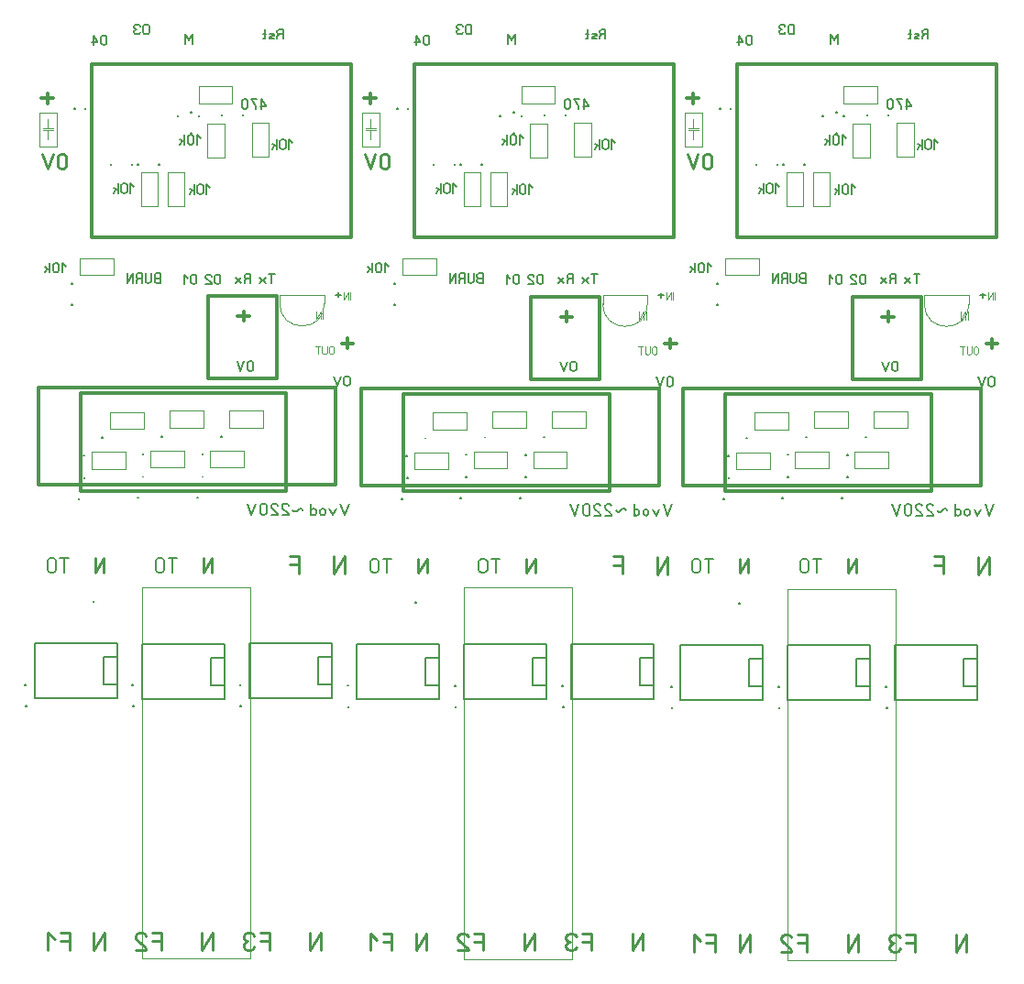
<source format=gbr>
%FSLAX34Y34*%
%MOMM*%
%LNSILK_BOTTOM*%
G71*
G01*
%ADD10C, 0.300*%
%ADD11C, 0.000*%
%ADD12C, 0.144*%
%ADD13C, 0.238*%
%ADD14C, 0.318*%
%ADD15C, 0.159*%
%ADD16C, 0.100*%
%ADD17C, 0.286*%
%ADD18C, 0.167*%
%ADD19C, 0.191*%
%ADD20C, 0.090*%
%ADD21C, 0.150*%
%LPD*%
G54D10*
X295700Y797600D02*
X55700Y797600D01*
X55700Y957600D01*
X295700Y957600D01*
X295700Y797600D01*
G54D11*
X23722Y913010D02*
X23722Y881609D01*
X7722Y881609D01*
X7722Y913010D01*
X23722Y913010D01*
G54D11*
X15722Y906410D02*
X15722Y898409D01*
X20722Y898409D01*
X10722Y898409D01*
G54D11*
X20722Y896409D02*
X10722Y896409D01*
G54D11*
X15722Y896409D02*
X15722Y888409D01*
G54D12*
X50350Y916959D02*
X50350Y916266D01*
X49772Y916266D01*
X49772Y916959D01*
X50350Y916959D01*
X50350Y916266D01*
G54D12*
X40850Y916959D02*
X40850Y916266D01*
X40272Y916266D01*
X40272Y916959D01*
X40850Y916959D01*
X40850Y916266D01*
G54D13*
X24647Y871855D02*
X24647Y863522D01*
X25647Y861855D01*
X27647Y861022D01*
X29647Y861022D01*
X31647Y861855D01*
X32647Y863522D01*
X32647Y871855D01*
X31647Y873522D01*
X29647Y874355D01*
X27647Y874355D01*
X25647Y873522D01*
X24647Y871855D01*
G54D13*
X19980Y874355D02*
X14980Y861022D01*
X9980Y874355D01*
G54D14*
X20277Y925956D02*
X9610Y925956D01*
G54D14*
X14944Y930401D02*
X14944Y921512D01*
G54D15*
X148880Y976370D02*
X148880Y985259D01*
X145546Y979704D01*
X142213Y985259D01*
X142213Y976370D01*
G54D16*
X203701Y903516D02*
X203701Y872316D01*
X219301Y872316D01*
X219301Y903516D01*
X203701Y903516D01*
G54D12*
X175822Y910817D02*
X175822Y910124D01*
X176399Y910124D01*
X176399Y910817D01*
X175822Y910817D01*
X175822Y910124D01*
G54D12*
X195324Y910816D02*
X195324Y910122D01*
X195902Y910122D01*
X195902Y910816D01*
X195324Y910816D01*
X195324Y910122D01*
G54D16*
X163001Y902816D02*
X163001Y871616D01*
X178601Y871616D01*
X178601Y902816D01*
X163001Y902816D01*
G54D12*
X135122Y910117D02*
X135122Y909424D01*
X135699Y909424D01*
X135699Y910117D01*
X135122Y910117D01*
X135122Y909424D01*
G54D12*
X154624Y910116D02*
X154624Y909422D01*
X155202Y909422D01*
X155202Y910116D01*
X154624Y910116D01*
X154624Y909422D01*
G54D16*
X154612Y921328D02*
X185812Y921328D01*
X185812Y936928D01*
X154612Y936928D01*
X154612Y921328D01*
G54D12*
X147311Y893448D02*
X148004Y893448D01*
X148004Y894026D01*
X147311Y894026D01*
X147311Y893448D01*
X148004Y893448D01*
G54D12*
X147312Y912951D02*
X148005Y912951D01*
X148005Y913529D01*
X147312Y913529D01*
X147312Y912951D01*
X148005Y912951D01*
G54D16*
X101401Y857716D02*
X101401Y826516D01*
X117001Y826516D01*
X117001Y857716D01*
X101401Y857716D01*
G54D12*
X73522Y865017D02*
X73522Y864324D01*
X74099Y864324D01*
X74099Y865017D01*
X73522Y865017D01*
X73522Y864324D01*
G54D12*
X93024Y865016D02*
X93024Y864322D01*
X93602Y864322D01*
X93602Y865016D01*
X93024Y865016D01*
X93024Y864322D01*
G54D16*
X126101Y857816D02*
X126101Y826616D01*
X141701Y826616D01*
X141701Y857816D01*
X126101Y857816D01*
G54D12*
X98222Y865117D02*
X98222Y864424D01*
X98799Y864424D01*
X98799Y865117D01*
X98222Y865117D01*
X98222Y864424D01*
G54D12*
X117724Y865116D02*
X117724Y864422D01*
X118302Y864422D01*
X118302Y865116D01*
X117724Y865116D01*
X117724Y864422D01*
G54D16*
X44912Y762928D02*
X76112Y762928D01*
X76112Y778528D01*
X44912Y778528D01*
X44912Y762928D01*
G54D12*
X37611Y735048D02*
X38304Y735048D01*
X38304Y735626D01*
X37611Y735626D01*
X37611Y735048D01*
X38304Y735048D01*
G54D12*
X37612Y754551D02*
X38305Y754551D01*
X38305Y755129D01*
X37612Y755129D01*
X37612Y754551D01*
X38305Y754551D01*
G54D15*
X119280Y755444D02*
X119280Y764333D01*
X115947Y764333D01*
X114614Y763778D01*
X113947Y762667D01*
X113947Y761556D01*
X114614Y760444D01*
X115947Y759889D01*
X114614Y759333D01*
X113947Y758222D01*
X113947Y757111D01*
X114614Y756000D01*
X115947Y755444D01*
X119280Y755444D01*
G54D15*
X119280Y759889D02*
X115947Y759889D01*
G54D15*
X110836Y764333D02*
X110836Y757111D01*
X110170Y756000D01*
X108836Y755444D01*
X107503Y755444D01*
X106170Y756000D01*
X105503Y757111D01*
X105503Y764333D01*
G54D15*
X99726Y759889D02*
X97726Y758778D01*
X97059Y757667D01*
X97059Y755444D01*
G54D15*
X102392Y755444D02*
X102392Y764333D01*
X99059Y764333D01*
X97726Y763778D01*
X97059Y762667D01*
X97059Y761556D01*
X97726Y760444D01*
X99059Y759889D01*
X102392Y759889D01*
G54D15*
X93948Y755444D02*
X93948Y764333D01*
X88615Y755444D01*
X88615Y764333D01*
G54D15*
X222214Y755044D02*
X222214Y763934D01*
G54D15*
X224880Y763934D02*
X219547Y763934D01*
G54D15*
X216436Y760044D02*
X211103Y755044D01*
G54D15*
X216436Y755044D02*
X211103Y760044D01*
G54D15*
X199714Y759389D02*
X197714Y758278D01*
X197047Y757167D01*
X197047Y754944D01*
G54D15*
X202380Y754944D02*
X202380Y763834D01*
X199047Y763834D01*
X197714Y763278D01*
X197047Y762167D01*
X197047Y761056D01*
X197714Y759944D01*
X199047Y759389D01*
X202380Y759389D01*
G54D15*
X193936Y759944D02*
X188603Y754944D01*
G54D15*
X193936Y754944D02*
X188603Y759944D01*
G54D15*
X31980Y770700D02*
X28647Y774033D01*
X28647Y765144D01*
G54D15*
X20203Y772367D02*
X20203Y766811D01*
X20870Y765700D01*
X22203Y765144D01*
X23536Y765144D01*
X24870Y765700D01*
X25536Y766811D01*
X25536Y772367D01*
X24870Y773478D01*
X23536Y774033D01*
X22203Y774033D01*
X20870Y773478D01*
X20203Y772367D01*
G54D15*
X17092Y765144D02*
X17092Y774033D01*
G54D15*
X15092Y768478D02*
X13092Y765144D01*
G54D15*
X17092Y767367D02*
X13092Y770144D01*
G54D15*
X165280Y843200D02*
X161947Y846533D01*
X161947Y837645D01*
G54D15*
X153503Y844867D02*
X153503Y839311D01*
X154170Y838200D01*
X155503Y837645D01*
X156836Y837645D01*
X158170Y838200D01*
X158836Y839311D01*
X158836Y844867D01*
X158170Y845978D01*
X156836Y846533D01*
X155503Y846533D01*
X154170Y845978D01*
X153503Y844867D01*
G54D15*
X150392Y837645D02*
X150392Y846533D01*
G54D15*
X148392Y840978D02*
X146392Y837645D01*
G54D15*
X150392Y839867D02*
X146392Y842645D01*
G54D15*
X95180Y844100D02*
X91847Y847433D01*
X91847Y838545D01*
G54D15*
X83403Y845767D02*
X83403Y840211D01*
X84070Y839100D01*
X85403Y838545D01*
X86736Y838545D01*
X88070Y839100D01*
X88736Y840211D01*
X88736Y845767D01*
X88070Y846878D01*
X86736Y847433D01*
X85403Y847433D01*
X84070Y846878D01*
X83403Y845767D01*
G54D15*
X80292Y838545D02*
X80292Y847433D01*
G54D15*
X78292Y841878D02*
X76292Y838545D01*
G54D15*
X80292Y840767D02*
X76292Y843545D01*
G54D15*
X241680Y884700D02*
X238347Y888033D01*
X238347Y879145D01*
G54D15*
X229903Y886367D02*
X229903Y880811D01*
X230570Y879700D01*
X231903Y879145D01*
X233236Y879145D01*
X234570Y879700D01*
X235236Y880811D01*
X235236Y886367D01*
X234570Y887478D01*
X233236Y888033D01*
X231903Y888033D01*
X230570Y887478D01*
X229903Y886367D01*
G54D15*
X226792Y879145D02*
X226792Y888033D01*
G54D15*
X224792Y882478D02*
X222792Y879145D01*
G54D15*
X226792Y881367D02*
X222792Y884145D01*
G54D15*
X156380Y889000D02*
X153047Y892333D01*
X153047Y883445D01*
G54D15*
X144603Y890667D02*
X144603Y885111D01*
X145270Y884000D01*
X146603Y883445D01*
X147936Y883445D01*
X149270Y884000D01*
X149936Y885111D01*
X149936Y890667D01*
X149270Y891778D01*
X147936Y892333D01*
X146603Y892333D01*
X145270Y891778D01*
X144603Y890667D01*
G54D15*
X141492Y883445D02*
X141492Y892333D01*
G54D15*
X139492Y886778D02*
X137492Y883445D01*
G54D15*
X141492Y885667D02*
X137492Y888445D01*
G54D15*
X212980Y916445D02*
X212980Y925333D01*
X216980Y919778D01*
X216980Y918667D01*
X211647Y918667D01*
G54D15*
X208536Y925333D02*
X203203Y925333D01*
X203870Y924222D01*
X205203Y922556D01*
X206536Y920333D01*
X207203Y918667D01*
X207203Y916445D01*
G54D15*
X194759Y923667D02*
X194759Y918111D01*
X195426Y917000D01*
X196759Y916445D01*
X198092Y916445D01*
X199426Y917000D01*
X200092Y918111D01*
X200092Y923667D01*
X199426Y924778D01*
X198092Y925333D01*
X196759Y925333D01*
X195426Y924778D01*
X194759Y923667D01*
G54D15*
X229814Y985389D02*
X227814Y984278D01*
X227147Y983167D01*
X227147Y980945D01*
G54D15*
X232480Y980945D02*
X232480Y989833D01*
X229147Y989833D01*
X227814Y989278D01*
X227147Y988167D01*
X227147Y987056D01*
X227814Y985945D01*
X229147Y985389D01*
X232480Y985389D01*
G54D15*
X224036Y981500D02*
X222703Y980945D01*
X221370Y980945D01*
X220036Y981500D01*
X220036Y982611D01*
X220703Y983167D01*
X223370Y983722D01*
X224036Y984278D01*
X224036Y985389D01*
X222703Y985945D01*
X221370Y985945D01*
X220036Y985389D01*
G54D15*
X215592Y989833D02*
X215592Y981500D01*
X214925Y980945D01*
X214259Y981167D01*
G54D15*
X216925Y985945D02*
X214259Y985945D01*
G54D15*
X64546Y982592D02*
X64546Y977037D01*
X65213Y975926D01*
X66546Y975370D01*
X67880Y975370D01*
X69213Y975926D01*
X69880Y977037D01*
X69880Y982592D01*
X69213Y983704D01*
X67880Y984259D01*
X66546Y984259D01*
X65213Y983704D01*
X64546Y982592D01*
G54D15*
X57436Y975370D02*
X57436Y984259D01*
X61436Y978704D01*
X61436Y977592D01*
X56102Y977592D01*
G54D15*
X103546Y992592D02*
X103546Y987037D01*
X104213Y985926D01*
X105546Y985370D01*
X106880Y985370D01*
X108213Y985926D01*
X108880Y987037D01*
X108880Y992592D01*
X108213Y993704D01*
X106880Y994259D01*
X105546Y994259D01*
X104213Y993704D01*
X103546Y992592D01*
G54D15*
X100436Y992592D02*
X99769Y993704D01*
X98436Y994259D01*
X97102Y994259D01*
X95769Y993704D01*
X95102Y992592D01*
X95102Y991481D01*
X95769Y990370D01*
X97102Y989815D01*
X95769Y989259D01*
X95102Y988148D01*
X95102Y987037D01*
X95769Y985926D01*
X97102Y985370D01*
X98436Y985370D01*
X99769Y985926D01*
X100436Y987037D01*
G54D15*
X147546Y761592D02*
X147546Y756037D01*
X148213Y754926D01*
X149546Y754370D01*
X150880Y754370D01*
X152213Y754926D01*
X152880Y756037D01*
X152880Y761592D01*
X152213Y762704D01*
X150880Y763259D01*
X149546Y763259D01*
X148213Y762704D01*
X147546Y761592D01*
G54D15*
X144436Y759926D02*
X141102Y763259D01*
X141102Y754370D01*
G54D15*
X169546Y761592D02*
X169546Y756037D01*
X170213Y754926D01*
X171546Y754370D01*
X172880Y754370D01*
X174213Y754926D01*
X174880Y756037D01*
X174880Y761592D01*
X174213Y762704D01*
X172880Y763259D01*
X171546Y763259D01*
X170213Y762704D01*
X169546Y761592D01*
G54D15*
X161102Y754370D02*
X166436Y754370D01*
X166436Y754926D01*
X165769Y756037D01*
X161769Y759370D01*
X161102Y760481D01*
X161102Y761592D01*
X161769Y762704D01*
X163102Y763259D01*
X164436Y763259D01*
X165769Y762704D01*
X166436Y761592D01*
G54D10*
X593700Y797600D02*
X353700Y797600D01*
X353700Y957600D01*
X593700Y957600D01*
X593700Y797600D01*
G54D11*
X321722Y913010D02*
X321722Y881609D01*
X305722Y881609D01*
X305722Y913010D01*
X321722Y913010D01*
G54D11*
X313722Y906410D02*
X313722Y898409D01*
X318722Y898409D01*
X308722Y898409D01*
G54D11*
X318722Y896409D02*
X308722Y896409D01*
G54D11*
X313722Y896409D02*
X313722Y888409D01*
G54D12*
X348350Y916959D02*
X348350Y916266D01*
X347772Y916266D01*
X347772Y916959D01*
X348350Y916959D01*
X348350Y916266D01*
G54D12*
X338850Y916959D02*
X338850Y916266D01*
X338272Y916266D01*
X338272Y916959D01*
X338850Y916959D01*
X338850Y916266D01*
G54D13*
X322647Y871855D02*
X322647Y863522D01*
X323647Y861855D01*
X325647Y861022D01*
X327647Y861022D01*
X329647Y861855D01*
X330647Y863522D01*
X330647Y871855D01*
X329647Y873522D01*
X327647Y874355D01*
X325647Y874355D01*
X323647Y873522D01*
X322647Y871855D01*
G54D13*
X317980Y874355D02*
X312980Y861022D01*
X307980Y874355D01*
G54D14*
X318277Y925956D02*
X307610Y925956D01*
G54D14*
X312944Y930401D02*
X312944Y921512D01*
G54D15*
X446880Y976370D02*
X446880Y985259D01*
X443546Y979704D01*
X440213Y985259D01*
X440213Y976370D01*
G54D16*
X501701Y903516D02*
X501701Y872316D01*
X517301Y872316D01*
X517301Y903516D01*
X501701Y903516D01*
G54D12*
X473822Y910817D02*
X473822Y910124D01*
X474399Y910124D01*
X474399Y910817D01*
X473822Y910817D01*
X473822Y910124D01*
G54D12*
X493324Y910816D02*
X493324Y910122D01*
X493902Y910122D01*
X493902Y910816D01*
X493324Y910816D01*
X493324Y910122D01*
G54D16*
X461001Y902816D02*
X461001Y871616D01*
X476601Y871616D01*
X476601Y902816D01*
X461001Y902816D01*
G54D12*
X433122Y910117D02*
X433122Y909424D01*
X433699Y909424D01*
X433699Y910117D01*
X433122Y910117D01*
X433122Y909424D01*
G54D12*
X452624Y910116D02*
X452624Y909422D01*
X453202Y909422D01*
X453202Y910116D01*
X452624Y910116D01*
X452624Y909422D01*
G54D16*
X452612Y921328D02*
X483812Y921328D01*
X483812Y936928D01*
X452612Y936928D01*
X452612Y921328D01*
G54D12*
X445311Y893448D02*
X446004Y893448D01*
X446004Y894026D01*
X445311Y894026D01*
X445311Y893448D01*
X446004Y893448D01*
G54D12*
X445312Y912951D02*
X446005Y912951D01*
X446005Y913529D01*
X445312Y913529D01*
X445312Y912951D01*
X446005Y912951D01*
G54D16*
X399401Y857716D02*
X399401Y826516D01*
X415001Y826516D01*
X415001Y857716D01*
X399401Y857716D01*
G54D12*
X371522Y865017D02*
X371522Y864324D01*
X372099Y864324D01*
X372099Y865017D01*
X371522Y865017D01*
X371522Y864324D01*
G54D12*
X391024Y865016D02*
X391024Y864322D01*
X391602Y864322D01*
X391602Y865016D01*
X391024Y865016D01*
X391024Y864322D01*
G54D16*
X424101Y857816D02*
X424101Y826616D01*
X439701Y826616D01*
X439701Y857816D01*
X424101Y857816D01*
G54D12*
X396222Y865117D02*
X396222Y864424D01*
X396799Y864424D01*
X396799Y865117D01*
X396222Y865117D01*
X396222Y864424D01*
G54D12*
X415724Y865116D02*
X415724Y864422D01*
X416302Y864422D01*
X416302Y865116D01*
X415724Y865116D01*
X415724Y864422D01*
G54D16*
X342912Y762928D02*
X374112Y762928D01*
X374112Y778528D01*
X342912Y778528D01*
X342912Y762928D01*
G54D12*
X335611Y735048D02*
X336304Y735048D01*
X336304Y735626D01*
X335611Y735626D01*
X335611Y735048D01*
X336304Y735048D01*
G54D12*
X335612Y754551D02*
X336305Y754551D01*
X336305Y755129D01*
X335612Y755129D01*
X335612Y754551D01*
X336305Y754551D01*
G54D15*
X417280Y755444D02*
X417280Y764333D01*
X413947Y764333D01*
X412614Y763778D01*
X411947Y762667D01*
X411947Y761556D01*
X412614Y760444D01*
X413947Y759889D01*
X412614Y759333D01*
X411947Y758222D01*
X411947Y757111D01*
X412614Y756000D01*
X413947Y755444D01*
X417280Y755444D01*
G54D15*
X417280Y759889D02*
X413947Y759889D01*
G54D15*
X408836Y764333D02*
X408836Y757111D01*
X408170Y756000D01*
X406836Y755444D01*
X405503Y755444D01*
X404170Y756000D01*
X403503Y757111D01*
X403503Y764333D01*
G54D15*
X397726Y759889D02*
X395726Y758778D01*
X395059Y757667D01*
X395059Y755444D01*
G54D15*
X400392Y755444D02*
X400392Y764333D01*
X397059Y764333D01*
X395726Y763778D01*
X395059Y762667D01*
X395059Y761556D01*
X395726Y760444D01*
X397059Y759889D01*
X400392Y759889D01*
G54D15*
X391948Y755444D02*
X391948Y764333D01*
X386615Y755444D01*
X386615Y764333D01*
G54D15*
X520214Y755044D02*
X520214Y763934D01*
G54D15*
X522880Y763934D02*
X517547Y763934D01*
G54D15*
X514436Y760044D02*
X509103Y755044D01*
G54D15*
X514436Y755044D02*
X509103Y760044D01*
G54D15*
X497714Y759389D02*
X495714Y758278D01*
X495047Y757167D01*
X495047Y754944D01*
G54D15*
X500380Y754944D02*
X500380Y763834D01*
X497047Y763834D01*
X495714Y763278D01*
X495047Y762167D01*
X495047Y761056D01*
X495714Y759944D01*
X497047Y759389D01*
X500380Y759389D01*
G54D15*
X491936Y759944D02*
X486603Y754944D01*
G54D15*
X491936Y754944D02*
X486603Y759944D01*
G54D15*
X329980Y770700D02*
X326647Y774033D01*
X326647Y765144D01*
G54D15*
X318203Y772367D02*
X318203Y766811D01*
X318870Y765700D01*
X320203Y765144D01*
X321536Y765144D01*
X322870Y765700D01*
X323536Y766811D01*
X323536Y772367D01*
X322870Y773478D01*
X321536Y774033D01*
X320203Y774033D01*
X318870Y773478D01*
X318203Y772367D01*
G54D15*
X315092Y765144D02*
X315092Y774033D01*
G54D15*
X313092Y768478D02*
X311092Y765144D01*
G54D15*
X315092Y767367D02*
X311092Y770144D01*
G54D15*
X463280Y843200D02*
X459947Y846533D01*
X459947Y837645D01*
G54D15*
X451503Y844867D02*
X451503Y839311D01*
X452170Y838200D01*
X453503Y837645D01*
X454836Y837645D01*
X456170Y838200D01*
X456836Y839311D01*
X456836Y844867D01*
X456170Y845978D01*
X454836Y846533D01*
X453503Y846533D01*
X452170Y845978D01*
X451503Y844867D01*
G54D15*
X448392Y837645D02*
X448392Y846533D01*
G54D15*
X446392Y840978D02*
X444392Y837645D01*
G54D15*
X448392Y839867D02*
X444392Y842645D01*
G54D15*
X393180Y844100D02*
X389847Y847433D01*
X389847Y838545D01*
G54D15*
X381403Y845767D02*
X381403Y840211D01*
X382070Y839100D01*
X383403Y838545D01*
X384736Y838545D01*
X386070Y839100D01*
X386736Y840211D01*
X386736Y845767D01*
X386070Y846878D01*
X384736Y847433D01*
X383403Y847433D01*
X382070Y846878D01*
X381403Y845767D01*
G54D15*
X378292Y838545D02*
X378292Y847433D01*
G54D15*
X376292Y841878D02*
X374292Y838545D01*
G54D15*
X378292Y840767D02*
X374292Y843545D01*
G54D15*
X539680Y884700D02*
X536347Y888033D01*
X536347Y879145D01*
G54D15*
X527903Y886367D02*
X527903Y880811D01*
X528570Y879700D01*
X529903Y879145D01*
X531236Y879145D01*
X532570Y879700D01*
X533236Y880811D01*
X533236Y886367D01*
X532570Y887478D01*
X531236Y888033D01*
X529903Y888033D01*
X528570Y887478D01*
X527903Y886367D01*
G54D15*
X524792Y879145D02*
X524792Y888033D01*
G54D15*
X522792Y882478D02*
X520792Y879145D01*
G54D15*
X524792Y881367D02*
X520792Y884145D01*
G54D15*
X454380Y889000D02*
X451047Y892333D01*
X451047Y883445D01*
G54D15*
X442603Y890667D02*
X442603Y885111D01*
X443270Y884000D01*
X444603Y883445D01*
X445936Y883445D01*
X447270Y884000D01*
X447936Y885111D01*
X447936Y890667D01*
X447270Y891778D01*
X445936Y892333D01*
X444603Y892333D01*
X443270Y891778D01*
X442603Y890667D01*
G54D15*
X439492Y883445D02*
X439492Y892333D01*
G54D15*
X437492Y886778D02*
X435492Y883445D01*
G54D15*
X439492Y885667D02*
X435492Y888445D01*
G54D15*
X510980Y916445D02*
X510980Y925333D01*
X514980Y919778D01*
X514980Y918667D01*
X509647Y918667D01*
G54D15*
X506536Y925333D02*
X501203Y925333D01*
X501870Y924222D01*
X503203Y922556D01*
X504536Y920333D01*
X505203Y918667D01*
X505203Y916445D01*
G54D15*
X492759Y923667D02*
X492759Y918111D01*
X493426Y917000D01*
X494759Y916445D01*
X496092Y916445D01*
X497426Y917000D01*
X498092Y918111D01*
X498092Y923667D01*
X497426Y924778D01*
X496092Y925333D01*
X494759Y925333D01*
X493426Y924778D01*
X492759Y923667D01*
G54D15*
X527814Y985389D02*
X525814Y984278D01*
X525147Y983167D01*
X525147Y980945D01*
G54D15*
X530480Y980945D02*
X530480Y989833D01*
X527147Y989833D01*
X525814Y989278D01*
X525147Y988167D01*
X525147Y987056D01*
X525814Y985945D01*
X527147Y985389D01*
X530480Y985389D01*
G54D15*
X522036Y981500D02*
X520703Y980945D01*
X519370Y980945D01*
X518036Y981500D01*
X518036Y982611D01*
X518703Y983167D01*
X521370Y983722D01*
X522036Y984278D01*
X522036Y985389D01*
X520703Y985945D01*
X519370Y985945D01*
X518036Y985389D01*
G54D15*
X513592Y989833D02*
X513592Y981500D01*
X512925Y980945D01*
X512259Y981167D01*
G54D15*
X514925Y985945D02*
X512259Y985945D01*
G54D15*
X362546Y982592D02*
X362546Y977037D01*
X363213Y975926D01*
X364546Y975370D01*
X365880Y975370D01*
X367213Y975926D01*
X367880Y977037D01*
X367880Y982592D01*
X367213Y983704D01*
X365880Y984259D01*
X364546Y984259D01*
X363213Y983704D01*
X362546Y982592D01*
G54D15*
X355436Y975370D02*
X355436Y984259D01*
X359436Y978704D01*
X359436Y977592D01*
X354102Y977592D01*
G54D15*
X401546Y992592D02*
X401546Y987037D01*
X402213Y985926D01*
X403546Y985370D01*
X404880Y985370D01*
X406213Y985926D01*
X406880Y987037D01*
X406880Y992592D01*
X406213Y993704D01*
X404880Y994259D01*
X403546Y994259D01*
X402213Y993704D01*
X401546Y992592D01*
G54D15*
X398436Y992592D02*
X397769Y993704D01*
X396436Y994259D01*
X395102Y994259D01*
X393769Y993704D01*
X393102Y992592D01*
X393102Y991481D01*
X393769Y990370D01*
X395102Y989815D01*
X393769Y989259D01*
X393102Y988148D01*
X393102Y987037D01*
X393769Y985926D01*
X395102Y985370D01*
X396436Y985370D01*
X397769Y985926D01*
X398436Y987037D01*
G54D15*
X445546Y761592D02*
X445546Y756037D01*
X446213Y754926D01*
X447546Y754370D01*
X448880Y754370D01*
X450213Y754926D01*
X450880Y756037D01*
X450880Y761592D01*
X450213Y762704D01*
X448880Y763259D01*
X447546Y763259D01*
X446213Y762704D01*
X445546Y761592D01*
G54D15*
X442436Y759926D02*
X439102Y763259D01*
X439102Y754370D01*
G54D15*
X467546Y761592D02*
X467546Y756037D01*
X468213Y754926D01*
X469546Y754370D01*
X470880Y754370D01*
X472213Y754926D01*
X472880Y756037D01*
X472880Y761592D01*
X472213Y762704D01*
X470880Y763259D01*
X469546Y763259D01*
X468213Y762704D01*
X467546Y761592D01*
G54D15*
X459102Y754370D02*
X464436Y754370D01*
X464436Y754926D01*
X463769Y756037D01*
X459769Y759370D01*
X459102Y760481D01*
X459102Y761592D01*
X459769Y762704D01*
X461102Y763259D01*
X462436Y763259D01*
X463769Y762704D01*
X464436Y761592D01*
G54D10*
X891700Y797600D02*
X651700Y797600D01*
X651700Y957600D01*
X891700Y957600D01*
X891700Y797600D01*
G54D11*
X619722Y913010D02*
X619722Y881609D01*
X603722Y881609D01*
X603722Y913010D01*
X619722Y913010D01*
G54D11*
X611722Y906410D02*
X611722Y898409D01*
X616722Y898409D01*
X606722Y898409D01*
G54D11*
X616722Y896409D02*
X606722Y896409D01*
G54D11*
X611722Y896409D02*
X611722Y888409D01*
G54D12*
X646350Y916959D02*
X646350Y916266D01*
X645772Y916266D01*
X645772Y916959D01*
X646350Y916959D01*
X646350Y916266D01*
G54D12*
X636850Y916959D02*
X636850Y916266D01*
X636272Y916266D01*
X636272Y916959D01*
X636850Y916959D01*
X636850Y916266D01*
G54D13*
X620647Y871855D02*
X620647Y863522D01*
X621647Y861855D01*
X623647Y861022D01*
X625647Y861022D01*
X627647Y861855D01*
X628647Y863522D01*
X628647Y871855D01*
X627647Y873522D01*
X625647Y874355D01*
X623647Y874355D01*
X621647Y873522D01*
X620647Y871855D01*
G54D13*
X615980Y874355D02*
X610980Y861022D01*
X605980Y874355D01*
G54D14*
X616277Y925956D02*
X605610Y925956D01*
G54D14*
X610944Y930401D02*
X610944Y921512D01*
G54D15*
X744880Y976370D02*
X744880Y985259D01*
X741546Y979704D01*
X738213Y985259D01*
X738213Y976370D01*
G54D16*
X799701Y903516D02*
X799701Y872316D01*
X815301Y872316D01*
X815301Y903516D01*
X799701Y903516D01*
G54D12*
X771822Y910817D02*
X771822Y910124D01*
X772399Y910124D01*
X772399Y910817D01*
X771822Y910817D01*
X771822Y910124D01*
G54D12*
X791324Y910816D02*
X791324Y910122D01*
X791902Y910122D01*
X791902Y910816D01*
X791324Y910816D01*
X791324Y910122D01*
G54D16*
X759001Y902816D02*
X759001Y871616D01*
X774601Y871616D01*
X774601Y902816D01*
X759001Y902816D01*
G54D12*
X731122Y910117D02*
X731122Y909424D01*
X731699Y909424D01*
X731699Y910117D01*
X731122Y910117D01*
X731122Y909424D01*
G54D12*
X750624Y910116D02*
X750624Y909422D01*
X751202Y909422D01*
X751202Y910116D01*
X750624Y910116D01*
X750624Y909422D01*
G54D16*
X750612Y921328D02*
X781812Y921328D01*
X781812Y936928D01*
X750612Y936928D01*
X750612Y921328D01*
G54D12*
X743311Y893448D02*
X744004Y893448D01*
X744004Y894026D01*
X743311Y894026D01*
X743311Y893448D01*
X744004Y893448D01*
G54D12*
X743312Y912951D02*
X744005Y912951D01*
X744005Y913529D01*
X743312Y913529D01*
X743312Y912951D01*
X744005Y912951D01*
G54D16*
X697401Y857716D02*
X697401Y826516D01*
X713001Y826516D01*
X713001Y857716D01*
X697401Y857716D01*
G54D12*
X669522Y865017D02*
X669522Y864324D01*
X670099Y864324D01*
X670099Y865017D01*
X669522Y865017D01*
X669522Y864324D01*
G54D12*
X689024Y865016D02*
X689024Y864322D01*
X689602Y864322D01*
X689602Y865016D01*
X689024Y865016D01*
X689024Y864322D01*
G54D16*
X722101Y857816D02*
X722101Y826616D01*
X737701Y826616D01*
X737701Y857816D01*
X722101Y857816D01*
G54D12*
X694222Y865117D02*
X694222Y864424D01*
X694799Y864424D01*
X694799Y865117D01*
X694222Y865117D01*
X694222Y864424D01*
G54D12*
X713724Y865116D02*
X713724Y864422D01*
X714302Y864422D01*
X714302Y865116D01*
X713724Y865116D01*
X713724Y864422D01*
G54D16*
X640912Y762928D02*
X672112Y762928D01*
X672112Y778528D01*
X640912Y778528D01*
X640912Y762928D01*
G54D12*
X633611Y735048D02*
X634304Y735048D01*
X634304Y735626D01*
X633611Y735626D01*
X633611Y735048D01*
X634304Y735048D01*
G54D12*
X633612Y754551D02*
X634305Y754551D01*
X634305Y755129D01*
X633612Y755129D01*
X633612Y754551D01*
X634305Y754551D01*
G54D15*
X715280Y755444D02*
X715280Y764333D01*
X711947Y764333D01*
X710614Y763778D01*
X709947Y762667D01*
X709947Y761556D01*
X710614Y760444D01*
X711947Y759889D01*
X710614Y759333D01*
X709947Y758222D01*
X709947Y757111D01*
X710614Y756000D01*
X711947Y755444D01*
X715280Y755444D01*
G54D15*
X715280Y759889D02*
X711947Y759889D01*
G54D15*
X706836Y764333D02*
X706836Y757111D01*
X706170Y756000D01*
X704836Y755444D01*
X703503Y755444D01*
X702170Y756000D01*
X701503Y757111D01*
X701503Y764333D01*
G54D15*
X695726Y759889D02*
X693726Y758778D01*
X693059Y757667D01*
X693059Y755444D01*
G54D15*
X698392Y755444D02*
X698392Y764333D01*
X695059Y764333D01*
X693726Y763778D01*
X693059Y762667D01*
X693059Y761556D01*
X693726Y760444D01*
X695059Y759889D01*
X698392Y759889D01*
G54D15*
X689948Y755444D02*
X689948Y764333D01*
X684615Y755444D01*
X684615Y764333D01*
G54D15*
X818214Y755044D02*
X818214Y763934D01*
G54D15*
X820880Y763934D02*
X815547Y763934D01*
G54D15*
X812436Y760044D02*
X807103Y755044D01*
G54D15*
X812436Y755044D02*
X807103Y760044D01*
G54D15*
X795714Y759389D02*
X793714Y758278D01*
X793047Y757167D01*
X793047Y754944D01*
G54D15*
X798380Y754944D02*
X798380Y763834D01*
X795047Y763834D01*
X793714Y763278D01*
X793047Y762167D01*
X793047Y761056D01*
X793714Y759944D01*
X795047Y759389D01*
X798380Y759389D01*
G54D15*
X789936Y759944D02*
X784603Y754944D01*
G54D15*
X789936Y754944D02*
X784603Y759944D01*
G54D15*
X627980Y770700D02*
X624647Y774033D01*
X624647Y765144D01*
G54D15*
X616203Y772367D02*
X616203Y766811D01*
X616870Y765700D01*
X618203Y765144D01*
X619536Y765144D01*
X620870Y765700D01*
X621536Y766811D01*
X621536Y772367D01*
X620870Y773478D01*
X619536Y774033D01*
X618203Y774033D01*
X616870Y773478D01*
X616203Y772367D01*
G54D15*
X613092Y765144D02*
X613092Y774033D01*
G54D15*
X611092Y768478D02*
X609092Y765144D01*
G54D15*
X613092Y767367D02*
X609092Y770144D01*
G54D15*
X761280Y843200D02*
X757947Y846533D01*
X757947Y837645D01*
G54D15*
X749503Y844867D02*
X749503Y839311D01*
X750170Y838200D01*
X751503Y837645D01*
X752836Y837645D01*
X754170Y838200D01*
X754836Y839311D01*
X754836Y844867D01*
X754170Y845978D01*
X752836Y846533D01*
X751503Y846533D01*
X750170Y845978D01*
X749503Y844867D01*
G54D15*
X746392Y837645D02*
X746392Y846533D01*
G54D15*
X744392Y840978D02*
X742392Y837645D01*
G54D15*
X746392Y839867D02*
X742392Y842645D01*
G54D15*
X691180Y844100D02*
X687847Y847433D01*
X687847Y838545D01*
G54D15*
X679403Y845767D02*
X679403Y840211D01*
X680070Y839100D01*
X681403Y838545D01*
X682736Y838545D01*
X684070Y839100D01*
X684736Y840211D01*
X684736Y845767D01*
X684070Y846878D01*
X682736Y847433D01*
X681403Y847433D01*
X680070Y846878D01*
X679403Y845767D01*
G54D15*
X676292Y838545D02*
X676292Y847433D01*
G54D15*
X674292Y841878D02*
X672292Y838545D01*
G54D15*
X676292Y840767D02*
X672292Y843545D01*
G54D15*
X837680Y884700D02*
X834347Y888033D01*
X834347Y879145D01*
G54D15*
X825903Y886367D02*
X825903Y880811D01*
X826570Y879700D01*
X827903Y879145D01*
X829236Y879145D01*
X830570Y879700D01*
X831236Y880811D01*
X831236Y886367D01*
X830570Y887478D01*
X829236Y888033D01*
X827903Y888033D01*
X826570Y887478D01*
X825903Y886367D01*
G54D15*
X822792Y879145D02*
X822792Y888033D01*
G54D15*
X820792Y882478D02*
X818792Y879145D01*
G54D15*
X822792Y881367D02*
X818792Y884145D01*
G54D15*
X752380Y889000D02*
X749047Y892333D01*
X749047Y883445D01*
G54D15*
X740603Y890667D02*
X740603Y885111D01*
X741270Y884000D01*
X742603Y883445D01*
X743936Y883445D01*
X745270Y884000D01*
X745936Y885111D01*
X745936Y890667D01*
X745270Y891778D01*
X743936Y892333D01*
X742603Y892333D01*
X741270Y891778D01*
X740603Y890667D01*
G54D15*
X737492Y883445D02*
X737492Y892333D01*
G54D15*
X735492Y886778D02*
X733492Y883445D01*
G54D15*
X737492Y885667D02*
X733492Y888445D01*
G54D15*
X808980Y916445D02*
X808980Y925333D01*
X812980Y919778D01*
X812980Y918667D01*
X807647Y918667D01*
G54D15*
X804536Y925333D02*
X799203Y925333D01*
X799870Y924222D01*
X801203Y922556D01*
X802536Y920333D01*
X803203Y918667D01*
X803203Y916445D01*
G54D15*
X790759Y923667D02*
X790759Y918111D01*
X791426Y917000D01*
X792759Y916445D01*
X794092Y916445D01*
X795426Y917000D01*
X796092Y918111D01*
X796092Y923667D01*
X795426Y924778D01*
X794092Y925333D01*
X792759Y925333D01*
X791426Y924778D01*
X790759Y923667D01*
G54D15*
X825814Y985389D02*
X823814Y984278D01*
X823147Y983167D01*
X823147Y980945D01*
G54D15*
X828480Y980945D02*
X828480Y989833D01*
X825147Y989833D01*
X823814Y989278D01*
X823147Y988167D01*
X823147Y987056D01*
X823814Y985945D01*
X825147Y985389D01*
X828480Y985389D01*
G54D15*
X820036Y981500D02*
X818703Y980945D01*
X817370Y980945D01*
X816036Y981500D01*
X816036Y982611D01*
X816703Y983167D01*
X819370Y983722D01*
X820036Y984278D01*
X820036Y985389D01*
X818703Y985945D01*
X817370Y985945D01*
X816036Y985389D01*
G54D15*
X811592Y989833D02*
X811592Y981500D01*
X810925Y980945D01*
X810259Y981167D01*
G54D15*
X812925Y985945D02*
X810259Y985945D01*
G54D15*
X660546Y982592D02*
X660546Y977037D01*
X661213Y975926D01*
X662546Y975370D01*
X663880Y975370D01*
X665213Y975926D01*
X665880Y977037D01*
X665880Y982592D01*
X665213Y983704D01*
X663880Y984259D01*
X662546Y984259D01*
X661213Y983704D01*
X660546Y982592D01*
G54D15*
X653436Y975370D02*
X653436Y984259D01*
X657436Y978704D01*
X657436Y977592D01*
X652102Y977592D01*
G54D15*
X699546Y992592D02*
X699546Y987037D01*
X700213Y985926D01*
X701546Y985370D01*
X702880Y985370D01*
X704213Y985926D01*
X704880Y987037D01*
X704880Y992592D01*
X704213Y993704D01*
X702880Y994259D01*
X701546Y994259D01*
X700213Y993704D01*
X699546Y992592D01*
G54D15*
X696436Y992592D02*
X695769Y993704D01*
X694436Y994259D01*
X693102Y994259D01*
X691769Y993704D01*
X691102Y992592D01*
X691102Y991481D01*
X691769Y990370D01*
X693102Y989815D01*
X691769Y989259D01*
X691102Y988148D01*
X691102Y987037D01*
X691769Y985926D01*
X693102Y985370D01*
X694436Y985370D01*
X695769Y985926D01*
X696436Y987037D01*
G54D15*
X743546Y761592D02*
X743546Y756037D01*
X744213Y754926D01*
X745546Y754370D01*
X746880Y754370D01*
X748213Y754926D01*
X748880Y756037D01*
X748880Y761592D01*
X748213Y762704D01*
X746880Y763259D01*
X745546Y763259D01*
X744213Y762704D01*
X743546Y761592D01*
G54D15*
X740436Y759926D02*
X737102Y763259D01*
X737102Y754370D01*
G54D15*
X765546Y761592D02*
X765546Y756037D01*
X766213Y754926D01*
X767546Y754370D01*
X768880Y754370D01*
X770213Y754926D01*
X770880Y756037D01*
X770880Y761592D01*
X770213Y762704D01*
X768880Y763259D01*
X767546Y763259D01*
X766213Y762704D01*
X765546Y761592D01*
G54D15*
X757102Y754370D02*
X762436Y754370D01*
X762436Y754926D01*
X761769Y756037D01*
X757769Y759370D01*
X757102Y760481D01*
X757102Y761592D01*
X757769Y762704D01*
X759102Y763259D01*
X760436Y763259D01*
X761769Y762704D01*
X762436Y761592D01*
G54D10*
X281575Y568700D02*
X6575Y568700D01*
X6575Y658700D01*
X281575Y658700D01*
X281575Y568700D01*
G54D17*
X247492Y487052D02*
X247492Y503052D01*
X239092Y503052D01*
G54D17*
X247492Y495052D02*
X239092Y495052D01*
G54D17*
X289384Y486552D02*
X289384Y502552D01*
X279783Y486552D01*
X279783Y502552D01*
G54D13*
X167183Y487885D02*
X167183Y501218D01*
X159183Y487885D01*
X159183Y501218D01*
G54D18*
X130656Y487822D02*
X130656Y501155D01*
G54D18*
X134656Y501155D02*
X126656Y501155D01*
G54D18*
X114989Y498655D02*
X114989Y490322D01*
X115989Y488655D01*
X117989Y487822D01*
X119989Y487822D01*
X121989Y488655D01*
X122989Y490322D01*
X122989Y498655D01*
X121989Y500322D01*
X119989Y501155D01*
X117989Y501155D01*
X115989Y500322D01*
X114989Y498655D01*
G54D19*
X293724Y551593D02*
X289724Y540926D01*
X285724Y551593D01*
G54D19*
X281991Y546926D02*
X278791Y540926D01*
X275591Y546926D01*
G54D19*
X267058Y542526D02*
X267058Y545193D01*
X267858Y546526D01*
X269458Y546926D01*
X271058Y546526D01*
X271858Y545193D01*
X271858Y542526D01*
X271058Y541193D01*
X269458Y540926D01*
X267858Y541193D01*
X267058Y542526D01*
G54D19*
X258525Y540926D02*
X258525Y551593D01*
G54D19*
X258525Y545193D02*
X259325Y546526D01*
X260925Y546926D01*
X262525Y546526D01*
X263325Y545193D01*
X263325Y542526D01*
X262525Y541193D01*
X260925Y540926D01*
X259325Y541193D01*
X258525Y542526D01*
G54D19*
X250899Y545593D02*
X250259Y546526D01*
X249299Y547060D01*
X248019Y547060D01*
X247059Y546526D01*
X246259Y545593D01*
X245619Y544660D01*
X244659Y544126D01*
X243219Y544126D01*
X242419Y544660D01*
X241779Y545593D01*
G54D19*
X231646Y540926D02*
X238046Y540926D01*
X238046Y541593D01*
X237246Y542926D01*
X232446Y546926D01*
X231646Y548260D01*
X231646Y549593D01*
X232446Y550926D01*
X234046Y551593D01*
X235646Y551593D01*
X237246Y550926D01*
X238046Y549593D01*
G54D19*
X221513Y540926D02*
X227913Y540926D01*
X227913Y541593D01*
X227113Y542926D01*
X222313Y546926D01*
X221513Y548260D01*
X221513Y549593D01*
X222313Y550926D01*
X223913Y551593D01*
X225513Y551593D01*
X227113Y550926D01*
X227913Y549593D01*
G54D19*
X211380Y549593D02*
X211380Y542926D01*
X212180Y541593D01*
X213780Y540926D01*
X215380Y540926D01*
X216980Y541593D01*
X217780Y542926D01*
X217780Y549593D01*
X216980Y550926D01*
X215380Y551593D01*
X213780Y551593D01*
X212180Y550926D01*
X211380Y549593D01*
G54D19*
X207647Y551593D02*
X203647Y540926D01*
X199647Y551593D01*
G54D13*
X67204Y487885D02*
X67204Y501218D01*
X59204Y487885D01*
X59204Y501218D01*
G54D18*
X30676Y487822D02*
X30676Y501155D01*
G54D18*
X34676Y501155D02*
X26676Y501155D01*
G54D18*
X15009Y498655D02*
X15009Y490322D01*
X16009Y488655D01*
X18009Y487822D01*
X20009Y487822D01*
X22009Y488655D01*
X23009Y490322D01*
X23009Y498655D01*
X22009Y500322D01*
X20009Y501155D01*
X18009Y501155D01*
X16009Y500322D01*
X15009Y498655D01*
G54D16*
X72775Y620599D02*
X103975Y620599D01*
X103975Y636199D01*
X72775Y636199D01*
X72775Y620599D01*
G54D12*
X48076Y595921D02*
X48770Y595921D01*
X48770Y596499D01*
X48076Y596499D01*
X48076Y595921D01*
X48770Y595921D01*
G54D12*
X65475Y612223D02*
X66169Y612223D01*
X66169Y612801D01*
X65475Y612801D01*
X65475Y612223D01*
X66169Y612223D01*
G54D16*
X56056Y583699D02*
X87256Y583699D01*
X87256Y599299D01*
X56056Y599299D01*
X56056Y583699D01*
G54D12*
X43755Y555821D02*
X44448Y555821D01*
X44448Y556399D01*
X43755Y556399D01*
X43755Y555821D01*
X44448Y555821D01*
G54D12*
X48757Y575322D02*
X49451Y575322D01*
X49451Y575900D01*
X48757Y575900D01*
X48757Y575322D01*
X49451Y575322D01*
G54D16*
X165375Y584699D02*
X196575Y584699D01*
X196575Y600299D01*
X165375Y600299D01*
X165375Y584699D01*
G54D12*
X153075Y556820D02*
X153769Y556820D01*
X153769Y557398D01*
X153075Y557398D01*
X153075Y556820D01*
X153769Y556820D01*
G54D12*
X158074Y576322D02*
X158768Y576322D01*
X158768Y576900D01*
X158074Y576900D01*
X158074Y576322D01*
X158768Y576322D01*
G54D16*
X110375Y584699D02*
X141575Y584699D01*
X141575Y600299D01*
X110375Y600299D01*
X110375Y584699D01*
G54D12*
X98074Y556819D02*
X98768Y556819D01*
X98768Y557397D01*
X98074Y557397D01*
X98074Y556819D01*
X98768Y556819D01*
G54D12*
X103076Y576322D02*
X103769Y576322D01*
X103769Y576900D01*
X103076Y576900D01*
X103076Y576322D01*
X103769Y576322D01*
G54D16*
X182775Y621599D02*
X213975Y621599D01*
X213975Y637199D01*
X182776Y637199D01*
X182775Y621599D01*
G54D12*
X158074Y596922D02*
X158768Y596922D01*
X158768Y597500D01*
X158074Y597500D01*
X158074Y596922D01*
X158768Y596922D01*
G54D12*
X175474Y613223D02*
X176168Y613223D01*
X176168Y613801D01*
X175474Y613801D01*
X175474Y613223D01*
X176168Y613223D01*
G54D16*
X127776Y621599D02*
X158975Y621599D01*
X158975Y637199D01*
X127776Y637199D01*
X127776Y621599D01*
G54D12*
X103076Y596923D02*
X103769Y596923D01*
X103769Y597501D01*
X103076Y597501D01*
X103076Y596923D01*
X103769Y596923D01*
G54D12*
X120474Y613221D02*
X121168Y613221D01*
X121168Y613799D01*
X120474Y613799D01*
X120474Y613221D01*
X121168Y613221D01*
G54D10*
X235803Y653503D02*
X235803Y563503D01*
X45803Y563503D01*
X45803Y653503D01*
X235803Y653503D01*
G54D10*
X163301Y743103D02*
X226801Y743103D01*
X226801Y666903D01*
X163301Y666903D01*
X163301Y743103D01*
G54D15*
X199956Y681569D02*
X199956Y676013D01*
X200623Y674902D01*
X201956Y674347D01*
X203290Y674347D01*
X204623Y674902D01*
X205290Y676013D01*
X205290Y681569D01*
X204623Y682680D01*
X203290Y683236D01*
X201956Y683236D01*
X200623Y682680D01*
X199956Y681569D01*
G54D15*
X196846Y683236D02*
X193512Y674347D01*
X190179Y683236D01*
G54D14*
X297531Y699739D02*
X286864Y699739D01*
G54D14*
X292198Y704183D02*
X292198Y695295D01*
G54D15*
X288956Y667569D02*
X288956Y662013D01*
X289623Y660902D01*
X290956Y660347D01*
X292290Y660347D01*
X293623Y660902D01*
X294290Y662013D01*
X294290Y667569D01*
X293623Y668680D01*
X292290Y669236D01*
X290956Y669236D01*
X289623Y668680D01*
X288956Y667569D01*
G54D15*
X285846Y669236D02*
X282512Y660347D01*
X279179Y669236D01*
G54D16*
X229700Y736250D02*
X229700Y744250D01*
X270900Y744250D01*
X270900Y736250D01*
G54D16*
G75*
G01X229600Y736350D02*
G03X271000Y736350I20700J0D01*
G01*
G54D20*
X269660Y722050D02*
X269660Y729150D01*
G54D20*
X267660Y722050D02*
X267660Y729150D01*
X263360Y722050D01*
X263360Y729150D01*
G54D14*
X201531Y724739D02*
X190864Y724739D01*
G54D14*
X196198Y729183D02*
X196198Y720295D01*
G54D20*
X294660Y740050D02*
X294660Y747150D01*
G54D20*
X292660Y740050D02*
X292660Y747150D01*
X288360Y740050D01*
X288360Y747150D01*
G54D20*
X275140Y695850D02*
X275140Y691350D01*
X275740Y690450D01*
X276740Y690050D01*
X277840Y690050D01*
X278940Y690450D01*
X279440Y691350D01*
X279440Y695850D01*
X278940Y696750D01*
X277840Y697150D01*
X276740Y697150D01*
X275740Y696750D01*
X275140Y695850D01*
G54D20*
X273140Y697150D02*
X273140Y691350D01*
X272640Y690450D01*
X271540Y690050D01*
X270440Y690050D01*
X269440Y690450D01*
X268840Y691350D01*
X268840Y697150D01*
G54D20*
X264740Y690050D02*
X264740Y697150D01*
G54D20*
X266840Y697150D02*
X262540Y697150D01*
G54D15*
X286268Y744464D02*
X280935Y744464D01*
G54D15*
X283601Y746687D02*
X283601Y742242D01*
G54D10*
X579870Y568305D02*
X304870Y568305D01*
X304870Y658305D01*
X579870Y658305D01*
X579870Y568305D01*
G54D17*
X545787Y486656D02*
X545787Y502656D01*
X537387Y502656D01*
G54D17*
X545787Y494656D02*
X537387Y494656D01*
G54D17*
X587678Y486156D02*
X587678Y502156D01*
X578078Y486156D01*
X578078Y502156D01*
G54D13*
X465478Y487489D02*
X465478Y500823D01*
X457478Y487489D01*
X457478Y500823D01*
G54D18*
X428950Y487426D02*
X428950Y500760D01*
G54D18*
X432950Y500760D02*
X424950Y500760D01*
G54D18*
X413283Y498260D02*
X413283Y489926D01*
X414283Y488260D01*
X416283Y487426D01*
X418283Y487426D01*
X420283Y488260D01*
X421283Y489926D01*
X421283Y498260D01*
X420283Y499926D01*
X418283Y500760D01*
X416283Y500760D01*
X414283Y499926D01*
X413283Y498260D01*
G54D19*
X592019Y551198D02*
X588019Y540531D01*
X584019Y551198D01*
G54D19*
X580286Y546531D02*
X577086Y540531D01*
X573886Y546531D01*
G54D19*
X565353Y542131D02*
X565353Y544798D01*
X566153Y546131D01*
X567753Y546531D01*
X569353Y546131D01*
X570153Y544798D01*
X570153Y542131D01*
X569353Y540798D01*
X567753Y540531D01*
X566153Y540798D01*
X565353Y542131D01*
G54D19*
X556820Y540531D02*
X556820Y551198D01*
G54D19*
X556820Y544798D02*
X557620Y546131D01*
X559220Y546531D01*
X560820Y546131D01*
X561620Y544798D01*
X561620Y542131D01*
X560820Y540798D01*
X559220Y540531D01*
X557620Y540798D01*
X556820Y542131D01*
G54D19*
X549194Y545198D02*
X548554Y546131D01*
X547594Y546665D01*
X546314Y546665D01*
X545354Y546131D01*
X544554Y545198D01*
X543914Y544265D01*
X542954Y543731D01*
X541514Y543731D01*
X540714Y544265D01*
X540074Y545198D01*
G54D19*
X529941Y540531D02*
X536341Y540531D01*
X536341Y541198D01*
X535541Y542531D01*
X530741Y546531D01*
X529941Y547865D01*
X529941Y549198D01*
X530741Y550531D01*
X532341Y551198D01*
X533941Y551198D01*
X535541Y550531D01*
X536341Y549198D01*
G54D19*
X519808Y540531D02*
X526208Y540531D01*
X526208Y541198D01*
X525408Y542531D01*
X520608Y546531D01*
X519808Y547865D01*
X519808Y549198D01*
X520608Y550531D01*
X522208Y551198D01*
X523808Y551198D01*
X525408Y550531D01*
X526208Y549198D01*
G54D19*
X509675Y549198D02*
X509675Y542531D01*
X510475Y541198D01*
X512075Y540531D01*
X513675Y540531D01*
X515275Y541198D01*
X516075Y542531D01*
X516075Y549198D01*
X515275Y550531D01*
X513675Y551198D01*
X512075Y551198D01*
X510475Y550531D01*
X509675Y549198D01*
G54D19*
X505942Y551198D02*
X501942Y540531D01*
X497942Y551198D01*
G54D13*
X365498Y487490D02*
X365498Y500823D01*
X357498Y487490D01*
X357498Y500823D01*
G54D18*
X328970Y487427D02*
X328970Y500760D01*
G54D18*
X332970Y500760D02*
X324970Y500760D01*
G54D18*
X313304Y498260D02*
X313304Y489927D01*
X314304Y488260D01*
X316304Y487427D01*
X318304Y487427D01*
X320304Y488260D01*
X321304Y489927D01*
X321304Y498260D01*
X320304Y499927D01*
X318304Y500760D01*
X316304Y500760D01*
X314304Y499927D01*
X313304Y498260D01*
G54D16*
X371070Y620204D02*
X402270Y620204D01*
X402270Y635804D01*
X371070Y635804D01*
X371070Y620204D01*
G54D12*
X346371Y595526D02*
X347064Y595526D01*
X347064Y596104D01*
X346371Y596104D01*
X346371Y595526D01*
X347064Y595526D01*
G54D12*
X363770Y611828D02*
X364463Y611828D01*
X364463Y612406D01*
X363770Y612406D01*
X363770Y611828D01*
X364463Y611828D01*
G54D16*
X354351Y583304D02*
X385550Y583304D01*
X385550Y598904D01*
X354350Y598904D01*
X354351Y583304D01*
G54D12*
X342050Y555426D02*
X342743Y555426D01*
X342743Y556003D01*
X342050Y556003D01*
X342050Y555426D01*
X342743Y555426D01*
G54D12*
X347052Y574927D02*
X347745Y574927D01*
X347745Y575505D01*
X347052Y575505D01*
X347052Y574927D01*
X347745Y574927D01*
G54D16*
X463670Y584304D02*
X494870Y584304D01*
X494870Y599904D01*
X463670Y599904D01*
X463670Y584304D01*
G54D12*
X451370Y556425D02*
X452063Y556425D01*
X452063Y557002D01*
X451370Y557002D01*
X451370Y556425D01*
X452063Y556425D01*
G54D12*
X456369Y575927D02*
X457062Y575927D01*
X457062Y576505D01*
X456369Y576505D01*
X456369Y575927D01*
X457062Y575927D01*
G54D16*
X408670Y584304D02*
X439870Y584304D01*
X439870Y599904D01*
X408670Y599904D01*
X408670Y584304D01*
G54D12*
X396369Y556424D02*
X397062Y556424D01*
X397062Y557002D01*
X396369Y557002D01*
X396369Y556424D01*
X397062Y556424D01*
G54D12*
X401370Y575927D02*
X402064Y575927D01*
X402064Y576505D01*
X401370Y576505D01*
X401370Y575927D01*
X402064Y575927D01*
G54D16*
X481070Y621204D02*
X512270Y621204D01*
X512270Y636804D01*
X481070Y636804D01*
X481070Y621204D01*
G54D12*
X456369Y596527D02*
X457062Y596527D01*
X457062Y597104D01*
X456369Y597104D01*
X456369Y596527D01*
X457062Y596527D01*
G54D12*
X473769Y612828D02*
X474462Y612828D01*
X474462Y613406D01*
X473769Y613406D01*
X473769Y612828D01*
X474462Y612828D01*
G54D16*
X426070Y621204D02*
X457270Y621204D01*
X457270Y636804D01*
X426070Y636804D01*
X426070Y621204D01*
G54D12*
X401370Y596528D02*
X402064Y596528D01*
X402064Y597106D01*
X401370Y597106D01*
X401370Y596528D01*
X402064Y596528D01*
G54D12*
X418769Y612826D02*
X419462Y612826D01*
X419462Y613404D01*
X418769Y613404D01*
X418769Y612826D01*
X419462Y612826D01*
G54D10*
X534098Y653108D02*
X534098Y563108D01*
X344098Y563108D01*
X344098Y653108D01*
X534098Y653108D01*
G54D10*
X461595Y742707D02*
X525095Y742707D01*
X525095Y666507D01*
X461595Y666507D01*
X461595Y742707D01*
G54D15*
X498251Y681174D02*
X498251Y675618D01*
X498918Y674507D01*
X500251Y673951D01*
X501584Y673951D01*
X502918Y674507D01*
X503584Y675618D01*
X503584Y681174D01*
X502918Y682285D01*
X501584Y682840D01*
X500251Y682840D01*
X498918Y682285D01*
X498251Y681174D01*
G54D15*
X495140Y682840D02*
X491807Y673951D01*
X488474Y682840D01*
G54D14*
X595825Y699344D02*
X585159Y699344D01*
G54D14*
X590492Y703788D02*
X590492Y694899D01*
G54D15*
X587251Y667174D02*
X587251Y661618D01*
X587918Y660507D01*
X589251Y659951D01*
X590584Y659951D01*
X591918Y660507D01*
X592584Y661618D01*
X592584Y667174D01*
X591918Y668285D01*
X590584Y668840D01*
X589251Y668840D01*
X587918Y668285D01*
X587251Y667174D01*
G54D15*
X584140Y668840D02*
X580807Y659951D01*
X577474Y668840D01*
G54D16*
X527994Y735855D02*
X527994Y743855D01*
X569194Y743855D01*
X569194Y735855D01*
G54D16*
G75*
G01X527895Y735955D02*
G03X569295Y735955I20700J0D01*
G01*
G54D20*
X567955Y721655D02*
X567955Y728755D01*
G54D20*
X565954Y721655D02*
X565954Y728755D01*
X561654Y721655D01*
X561655Y728755D01*
G54D14*
X499825Y724344D02*
X489159Y724344D01*
G54D14*
X494492Y728788D02*
X494492Y719899D01*
G54D20*
X592955Y739655D02*
X592955Y746755D01*
G54D20*
X590954Y739655D02*
X590954Y746755D01*
X586654Y739655D01*
X586655Y746755D01*
G54D20*
X573435Y695455D02*
X573435Y690955D01*
X574034Y690055D01*
X575035Y689655D01*
X576134Y689655D01*
X577234Y690055D01*
X577734Y690955D01*
X577734Y695455D01*
X577235Y696355D01*
X576134Y696755D01*
X575035Y696755D01*
X574035Y696355D01*
X573435Y695455D01*
G54D20*
X571434Y696755D02*
X571434Y690955D01*
X570934Y690055D01*
X569835Y689655D01*
X568734Y689655D01*
X567735Y690055D01*
X567134Y690955D01*
X567135Y696755D01*
G54D20*
X563034Y689655D02*
X563034Y696755D01*
G54D20*
X565134Y696755D02*
X560835Y696755D01*
G54D15*
X584563Y744069D02*
X579229Y744069D01*
G54D15*
X581896Y746291D02*
X581896Y741847D01*
G54D10*
X876870Y568305D02*
X601870Y568305D01*
X601870Y658305D01*
X876870Y658305D01*
X876870Y568305D01*
G54D17*
X842787Y486656D02*
X842787Y502656D01*
X834387Y502656D01*
G54D17*
X842787Y494656D02*
X834387Y494656D01*
G54D17*
X884678Y486156D02*
X884678Y502156D01*
X875078Y486156D01*
X875078Y502156D01*
G54D13*
X762478Y487489D02*
X762478Y500823D01*
X754478Y487489D01*
X754478Y500823D01*
G54D18*
X725950Y487426D02*
X725950Y500760D01*
G54D18*
X729950Y500760D02*
X721950Y500760D01*
G54D18*
X710283Y498260D02*
X710283Y489926D01*
X711283Y488260D01*
X713283Y487426D01*
X715283Y487426D01*
X717283Y488260D01*
X718283Y489926D01*
X718283Y498260D01*
X717283Y499926D01*
X715283Y500760D01*
X713283Y500760D01*
X711283Y499926D01*
X710283Y498260D01*
G54D19*
X889019Y551198D02*
X885019Y540531D01*
X881019Y551198D01*
G54D19*
X877286Y546531D02*
X874086Y540531D01*
X870886Y546531D01*
G54D19*
X862353Y542131D02*
X862353Y544798D01*
X863153Y546131D01*
X864753Y546531D01*
X866353Y546131D01*
X867153Y544798D01*
X867153Y542131D01*
X866353Y540798D01*
X864753Y540531D01*
X863153Y540798D01*
X862353Y542131D01*
G54D19*
X853820Y540531D02*
X853820Y551198D01*
G54D19*
X853820Y544798D02*
X854620Y546131D01*
X856220Y546531D01*
X857820Y546131D01*
X858620Y544798D01*
X858620Y542131D01*
X857820Y540798D01*
X856220Y540531D01*
X854620Y540798D01*
X853820Y542131D01*
G54D19*
X846194Y545198D02*
X845554Y546131D01*
X844594Y546665D01*
X843314Y546665D01*
X842354Y546131D01*
X841554Y545198D01*
X840914Y544265D01*
X839954Y543731D01*
X838514Y543731D01*
X837714Y544265D01*
X837074Y545198D01*
G54D19*
X826941Y540531D02*
X833341Y540531D01*
X833341Y541198D01*
X832541Y542531D01*
X827741Y546531D01*
X826941Y547865D01*
X826941Y549198D01*
X827741Y550531D01*
X829341Y551198D01*
X830941Y551198D01*
X832541Y550531D01*
X833341Y549198D01*
G54D19*
X816808Y540531D02*
X823208Y540531D01*
X823208Y541198D01*
X822408Y542531D01*
X817608Y546531D01*
X816808Y547865D01*
X816808Y549198D01*
X817608Y550531D01*
X819208Y551198D01*
X820808Y551198D01*
X822408Y550531D01*
X823208Y549198D01*
G54D19*
X806675Y549198D02*
X806675Y542531D01*
X807475Y541198D01*
X809075Y540531D01*
X810675Y540531D01*
X812275Y541198D01*
X813075Y542531D01*
X813075Y549198D01*
X812275Y550531D01*
X810675Y551198D01*
X809075Y551198D01*
X807475Y550531D01*
X806675Y549198D01*
G54D19*
X802942Y551198D02*
X798942Y540531D01*
X794942Y551198D01*
G54D13*
X662498Y487490D02*
X662498Y500823D01*
X654498Y487490D01*
X654498Y500823D01*
G54D18*
X625970Y487427D02*
X625970Y500760D01*
G54D18*
X629970Y500760D02*
X621970Y500760D01*
G54D18*
X610304Y498260D02*
X610304Y489927D01*
X611304Y488260D01*
X613304Y487427D01*
X615304Y487427D01*
X617304Y488260D01*
X618304Y489927D01*
X618304Y498260D01*
X617304Y499927D01*
X615304Y500760D01*
X613304Y500760D01*
X611304Y499927D01*
X610304Y498260D01*
G54D16*
X668070Y620204D02*
X699270Y620204D01*
X699270Y635804D01*
X668070Y635804D01*
X668070Y620204D01*
G54D12*
X643371Y595526D02*
X644064Y595526D01*
X644064Y596104D01*
X643371Y596104D01*
X643371Y595526D01*
X644064Y595526D01*
G54D12*
X660770Y611828D02*
X661463Y611828D01*
X661463Y612406D01*
X660770Y612406D01*
X660770Y611828D01*
X661463Y611828D01*
G54D16*
X651351Y583304D02*
X682550Y583304D01*
X682550Y598904D01*
X651350Y598904D01*
X651351Y583304D01*
G54D12*
X639050Y555426D02*
X639743Y555426D01*
X639743Y556003D01*
X639050Y556003D01*
X639050Y555426D01*
X639743Y555426D01*
G54D12*
X644052Y574927D02*
X644745Y574927D01*
X644745Y575505D01*
X644052Y575505D01*
X644052Y574927D01*
X644745Y574927D01*
G54D16*
X760670Y584304D02*
X791870Y584304D01*
X791870Y599904D01*
X760670Y599904D01*
X760670Y584304D01*
G54D12*
X748370Y556425D02*
X749063Y556425D01*
X749063Y557002D01*
X748370Y557002D01*
X748370Y556425D01*
X749063Y556425D01*
G54D12*
X753369Y575927D02*
X754062Y575927D01*
X754062Y576505D01*
X753369Y576505D01*
X753369Y575927D01*
X754062Y575927D01*
G54D16*
X705670Y584304D02*
X736870Y584304D01*
X736870Y599904D01*
X705670Y599904D01*
X705670Y584304D01*
G54D12*
X693369Y556424D02*
X694062Y556424D01*
X694062Y557002D01*
X693369Y557002D01*
X693369Y556424D01*
X694062Y556424D01*
G54D12*
X698370Y575927D02*
X699064Y575927D01*
X699064Y576505D01*
X698370Y576505D01*
X698370Y575927D01*
X699064Y575927D01*
G54D16*
X778070Y621204D02*
X809270Y621204D01*
X809270Y636804D01*
X778070Y636804D01*
X778070Y621204D01*
G54D12*
X753369Y596527D02*
X754062Y596527D01*
X754062Y597104D01*
X753369Y597104D01*
X753369Y596527D01*
X754062Y596527D01*
G54D12*
X770769Y612828D02*
X771462Y612828D01*
X771462Y613406D01*
X770769Y613406D01*
X770769Y612828D01*
X771462Y612828D01*
G54D16*
X723070Y621204D02*
X754270Y621204D01*
X754270Y636804D01*
X723070Y636804D01*
X723070Y621204D01*
G54D12*
X698370Y596528D02*
X699064Y596528D01*
X699064Y597106D01*
X698370Y597106D01*
X698370Y596528D01*
X699064Y596528D01*
G54D12*
X715769Y612826D02*
X716462Y612826D01*
X716462Y613404D01*
X715769Y613404D01*
X715769Y612826D01*
X716462Y612826D01*
G54D10*
X831098Y653108D02*
X831098Y563108D01*
X641098Y563108D01*
X641098Y653108D01*
X831098Y653108D01*
G54D10*
X758595Y742707D02*
X822095Y742707D01*
X822095Y666507D01*
X758595Y666507D01*
X758595Y742707D01*
G54D15*
X795251Y681174D02*
X795251Y675618D01*
X795918Y674507D01*
X797251Y673951D01*
X798584Y673951D01*
X799918Y674507D01*
X800584Y675618D01*
X800584Y681174D01*
X799918Y682285D01*
X798584Y682840D01*
X797251Y682840D01*
X795918Y682285D01*
X795251Y681174D01*
G54D15*
X792140Y682840D02*
X788807Y673951D01*
X785474Y682840D01*
G54D14*
X892825Y699344D02*
X882159Y699344D01*
G54D14*
X887492Y703788D02*
X887492Y694899D01*
G54D15*
X884251Y667174D02*
X884251Y661618D01*
X884918Y660507D01*
X886251Y659951D01*
X887584Y659951D01*
X888918Y660507D01*
X889584Y661618D01*
X889584Y667174D01*
X888918Y668285D01*
X887584Y668840D01*
X886251Y668840D01*
X884918Y668285D01*
X884251Y667174D01*
G54D15*
X881140Y668840D02*
X877807Y659951D01*
X874474Y668840D01*
G54D16*
X824994Y735855D02*
X824994Y743855D01*
X866194Y743855D01*
X866194Y735855D01*
G54D16*
G75*
G01X824895Y735955D02*
G03X866295Y735955I20700J0D01*
G01*
G54D20*
X864955Y721655D02*
X864955Y728755D01*
G54D20*
X862954Y721655D02*
X862954Y728755D01*
X858654Y721655D01*
X858655Y728755D01*
G54D14*
X796825Y724344D02*
X786159Y724344D01*
G54D14*
X791492Y728788D02*
X791492Y719899D01*
G54D20*
X889955Y739655D02*
X889955Y746755D01*
G54D20*
X887954Y739655D02*
X887954Y746755D01*
X883654Y739655D01*
X883655Y746755D01*
G54D20*
X870435Y695455D02*
X870435Y690955D01*
X871034Y690055D01*
X872035Y689655D01*
X873134Y689655D01*
X874234Y690055D01*
X874734Y690955D01*
X874734Y695455D01*
X874235Y696355D01*
X873134Y696755D01*
X872035Y696755D01*
X871035Y696355D01*
X870435Y695455D01*
G54D20*
X868434Y696755D02*
X868434Y690955D01*
X867934Y690055D01*
X866835Y689655D01*
X865734Y689655D01*
X864735Y690055D01*
X864134Y690955D01*
X864135Y696755D01*
G54D20*
X860034Y689655D02*
X860034Y696755D01*
G54D20*
X862134Y696755D02*
X857835Y696755D01*
G54D15*
X881563Y744069D02*
X876229Y744069D01*
G54D15*
X878896Y746291D02*
X878896Y741847D01*
G54D17*
X220066Y138981D02*
X220066Y154981D01*
X211666Y154981D01*
G54D17*
X220066Y146981D02*
X211666Y146981D01*
G54D17*
X206066Y151981D02*
X204866Y153981D01*
X202466Y154981D01*
X200066Y154981D01*
X197666Y153981D01*
X196466Y151981D01*
X196466Y149981D01*
X197666Y147981D01*
X200066Y146981D01*
X197666Y145981D01*
X196466Y143981D01*
X196466Y141981D01*
X197666Y139981D01*
X200066Y138981D01*
X202466Y138981D01*
X204866Y139981D01*
X206066Y141981D01*
G54D17*
X267457Y138981D02*
X267457Y154981D01*
X257857Y138981D01*
X257857Y154981D01*
G54D17*
X120066Y138981D02*
X120066Y154981D01*
X111666Y154981D01*
G54D17*
X120066Y146981D02*
X111666Y146981D01*
G54D17*
X96466Y138981D02*
X106066Y138981D01*
X106066Y139981D01*
X104866Y141981D01*
X97666Y147981D01*
X96466Y149981D01*
X96466Y151981D01*
X97666Y153981D01*
X100066Y154981D01*
X102466Y154981D01*
X104866Y153981D01*
X106066Y151981D01*
G54D17*
X167457Y138981D02*
X167457Y154981D01*
X157857Y138981D01*
X157857Y154981D01*
G54D21*
X79354Y371429D02*
X79354Y422229D01*
X3154Y422229D01*
X3154Y371429D01*
X79354Y371429D01*
G54D21*
X79354Y384129D02*
X79354Y409529D01*
X66654Y409529D01*
X66654Y384129D01*
X79354Y384129D01*
G54D12*
X-4096Y364188D02*
X-4790Y364188D01*
X-4790Y364766D01*
X-4096Y364766D01*
X-4096Y364188D01*
X-4790Y364188D01*
G54D12*
X-5483Y383688D02*
X-4790Y383688D01*
X-4790Y384266D01*
X-5483Y384266D01*
X-5483Y383688D01*
X-4790Y383688D01*
G54D12*
X-5483Y383688D02*
X-4790Y383688D01*
X-4790Y384266D01*
X-5483Y384266D01*
X-5483Y383688D01*
X-4790Y383688D01*
G54D17*
X35666Y138981D02*
X35666Y154981D01*
X27266Y154981D01*
G54D17*
X35666Y146981D02*
X27266Y146981D01*
G54D17*
X21666Y148981D02*
X15666Y154981D01*
X15666Y138981D01*
G54D17*
X67457Y138981D02*
X67457Y154981D01*
X57857Y138981D01*
X57857Y154981D01*
G54D21*
X178379Y371300D02*
X178379Y422100D01*
X102179Y422100D01*
X102179Y371300D01*
X178379Y371300D01*
G54D21*
X178379Y384000D02*
X178379Y409400D01*
X165679Y409400D01*
X165679Y384000D01*
X178379Y384000D01*
G54D12*
X94928Y364059D02*
X94235Y364059D01*
X94235Y364637D01*
X94928Y364637D01*
X94928Y364059D01*
X94235Y364059D01*
G54D12*
X93542Y383559D02*
X94235Y383559D01*
X94235Y384137D01*
X93542Y384137D01*
X93542Y383559D01*
X94235Y383559D01*
G54D12*
X93542Y383559D02*
X94235Y383559D01*
X94235Y384137D01*
X93542Y384137D01*
X93542Y383559D01*
X94235Y383559D01*
G54D21*
X277579Y371400D02*
X277579Y422200D01*
X201379Y422200D01*
X201379Y371400D01*
X277579Y371400D01*
G54D21*
X277579Y384100D02*
X277579Y409500D01*
X264879Y409500D01*
X264879Y384100D01*
X277579Y384100D01*
G54D12*
X194128Y364159D02*
X193435Y364159D01*
X193435Y364737D01*
X194128Y364737D01*
X194128Y364159D01*
X193435Y364159D01*
G54D12*
X192742Y383659D02*
X193435Y383659D01*
X193435Y384237D01*
X192742Y384237D01*
X192742Y383659D01*
X193435Y383659D01*
G54D12*
X192742Y383659D02*
X193435Y383659D01*
X193435Y384237D01*
X192742Y384237D01*
X192742Y383659D01*
X193435Y383659D01*
G54D12*
X57364Y460676D02*
X58058Y460676D01*
X58058Y461254D01*
X57364Y461254D01*
X57364Y460676D01*
X58058Y460676D01*
G54D16*
X102454Y474429D02*
X202454Y474429D01*
X202454Y131329D01*
X102454Y131329D01*
X102454Y474429D01*
G54D17*
X517566Y138481D02*
X517566Y154481D01*
X509166Y154481D01*
G54D17*
X517566Y146481D02*
X509166Y146481D01*
G54D17*
X503566Y151481D02*
X502366Y153481D01*
X499966Y154481D01*
X497566Y154481D01*
X495166Y153481D01*
X493966Y151481D01*
X493966Y149481D01*
X495166Y147481D01*
X497566Y146481D01*
X495166Y145481D01*
X493966Y143481D01*
X493966Y141481D01*
X495166Y139481D01*
X497566Y138481D01*
X499966Y138481D01*
X502366Y139481D01*
X503566Y141481D01*
G54D17*
X564957Y138481D02*
X564957Y154481D01*
X555357Y138481D01*
X555357Y154481D01*
G54D17*
X417566Y138481D02*
X417566Y154481D01*
X409166Y154481D01*
G54D17*
X417566Y146481D02*
X409166Y146481D01*
G54D17*
X393966Y138481D02*
X403566Y138481D01*
X403566Y139481D01*
X402366Y141481D01*
X395166Y147481D01*
X393966Y149481D01*
X393966Y151481D01*
X395166Y153481D01*
X397566Y154481D01*
X399966Y154481D01*
X402366Y153481D01*
X403566Y151481D01*
G54D17*
X464957Y138481D02*
X464957Y154481D01*
X455357Y138481D01*
X455357Y154481D01*
G54D21*
X376854Y370929D02*
X376854Y421729D01*
X300654Y421729D01*
X300654Y370929D01*
X376854Y370929D01*
G54D21*
X376854Y383629D02*
X376854Y409029D01*
X364154Y409029D01*
X364154Y383629D01*
X376854Y383629D01*
G54D12*
X293404Y363688D02*
X292710Y363688D01*
X292710Y364266D01*
X293404Y364266D01*
X293404Y363688D01*
X292710Y363688D01*
G54D12*
X292017Y383188D02*
X292710Y383188D01*
X292710Y383766D01*
X292017Y383766D01*
X292017Y383188D01*
X292710Y383188D01*
G54D12*
X292017Y383188D02*
X292710Y383188D01*
X292710Y383766D01*
X292017Y383766D01*
X292017Y383188D01*
X292710Y383188D01*
G54D17*
X333166Y138481D02*
X333166Y154481D01*
X324766Y154481D01*
G54D17*
X333166Y146481D02*
X324766Y146481D01*
G54D17*
X319166Y148481D02*
X313166Y154481D01*
X313166Y138481D01*
G54D17*
X364957Y138481D02*
X364957Y154481D01*
X355357Y138481D01*
X355357Y154481D01*
G54D21*
X475879Y370800D02*
X475879Y421600D01*
X399679Y421600D01*
X399679Y370800D01*
X475879Y370800D01*
G54D21*
X475879Y383500D02*
X475879Y408900D01*
X463179Y408900D01*
X463179Y383500D01*
X475879Y383500D01*
G54D12*
X392428Y363559D02*
X391735Y363559D01*
X391735Y364137D01*
X392428Y364137D01*
X392428Y363559D01*
X391735Y363559D01*
G54D12*
X391042Y383059D02*
X391735Y383059D01*
X391735Y383637D01*
X391042Y383637D01*
X391042Y383059D01*
X391735Y383059D01*
G54D12*
X391042Y383059D02*
X391735Y383059D01*
X391735Y383637D01*
X391042Y383637D01*
X391042Y383059D01*
X391735Y383059D01*
G54D21*
X575079Y370900D02*
X575079Y421700D01*
X498879Y421700D01*
X498879Y370900D01*
X575079Y370900D01*
G54D21*
X575079Y383600D02*
X575079Y409000D01*
X562379Y409000D01*
X562379Y383600D01*
X575079Y383600D01*
G54D12*
X491628Y363659D02*
X490935Y363659D01*
X490935Y364237D01*
X491628Y364237D01*
X491628Y363659D01*
X490935Y363659D01*
G54D12*
X490242Y383159D02*
X490935Y383159D01*
X490935Y383737D01*
X490242Y383737D01*
X490242Y383159D01*
X490935Y383159D01*
G54D12*
X490242Y383159D02*
X490935Y383159D01*
X490935Y383737D01*
X490242Y383737D01*
X490242Y383159D01*
X490935Y383159D01*
G54D12*
X354864Y460176D02*
X355558Y460176D01*
X355558Y460754D01*
X354864Y460754D01*
X354864Y460176D01*
X355558Y460176D01*
G54D16*
X399954Y473929D02*
X499954Y473929D01*
X499954Y130829D01*
X399954Y130829D01*
X399954Y473929D01*
G54D17*
X816366Y137381D02*
X816366Y153381D01*
X807966Y153381D01*
G54D17*
X816366Y145381D02*
X807966Y145381D01*
G54D17*
X802366Y150381D02*
X801166Y152381D01*
X798766Y153381D01*
X796366Y153381D01*
X793966Y152381D01*
X792766Y150381D01*
X792766Y148381D01*
X793966Y146381D01*
X796366Y145381D01*
X793966Y144381D01*
X792766Y142381D01*
X792766Y140381D01*
X793966Y138381D01*
X796366Y137381D01*
X798766Y137381D01*
X801166Y138381D01*
X802366Y140381D01*
G54D17*
X863757Y137381D02*
X863757Y153381D01*
X854157Y137381D01*
X854157Y153381D01*
G54D17*
X716366Y137381D02*
X716366Y153381D01*
X707966Y153381D01*
G54D17*
X716366Y145381D02*
X707966Y145381D01*
G54D17*
X692766Y137381D02*
X702366Y137381D01*
X702366Y138381D01*
X701166Y140381D01*
X693966Y146381D01*
X692766Y148381D01*
X692766Y150381D01*
X693966Y152381D01*
X696366Y153381D01*
X698766Y153381D01*
X701166Y152381D01*
X702366Y150381D01*
G54D17*
X763757Y137381D02*
X763757Y153381D01*
X754157Y137381D01*
X754157Y153381D01*
G54D21*
X675654Y369829D02*
X675654Y420629D01*
X599454Y420629D01*
X599454Y369829D01*
X675654Y369829D01*
G54D21*
X675654Y382529D02*
X675654Y407929D01*
X662954Y407929D01*
X662954Y382529D01*
X675654Y382529D01*
G54D12*
X592204Y362588D02*
X591510Y362588D01*
X591510Y363166D01*
X592204Y363166D01*
X592204Y362588D01*
X591510Y362588D01*
G54D12*
X590817Y382088D02*
X591510Y382088D01*
X591510Y382666D01*
X590817Y382666D01*
X590817Y382088D01*
X591510Y382088D01*
G54D12*
X590817Y382088D02*
X591510Y382088D01*
X591510Y382666D01*
X590817Y382666D01*
X590817Y382088D01*
X591510Y382088D01*
G54D17*
X631966Y137381D02*
X631966Y153381D01*
X623566Y153381D01*
G54D17*
X631966Y145381D02*
X623566Y145381D01*
G54D17*
X617966Y147381D02*
X611966Y153381D01*
X611966Y137381D01*
G54D17*
X663757Y137381D02*
X663757Y153381D01*
X654157Y137381D01*
X654157Y153381D01*
G54D21*
X774679Y369700D02*
X774679Y420500D01*
X698479Y420500D01*
X698479Y369700D01*
X774679Y369700D01*
G54D21*
X774679Y382400D02*
X774679Y407800D01*
X761979Y407800D01*
X761979Y382400D01*
X774679Y382400D01*
G54D12*
X691228Y362459D02*
X690535Y362459D01*
X690535Y363037D01*
X691228Y363037D01*
X691228Y362459D01*
X690535Y362459D01*
G54D12*
X689842Y381959D02*
X690535Y381959D01*
X690535Y382537D01*
X689842Y382537D01*
X689842Y381959D01*
X690535Y381959D01*
G54D12*
X689842Y381959D02*
X690535Y381959D01*
X690535Y382537D01*
X689842Y382537D01*
X689842Y381959D01*
X690535Y381959D01*
G54D21*
X873879Y369800D02*
X873879Y420600D01*
X797679Y420600D01*
X797679Y369800D01*
X873879Y369800D01*
G54D21*
X873879Y382500D02*
X873879Y407900D01*
X861179Y407900D01*
X861179Y382500D01*
X873879Y382500D01*
G54D12*
X790428Y362559D02*
X789735Y362559D01*
X789735Y363137D01*
X790428Y363137D01*
X790428Y362559D01*
X789735Y362559D01*
G54D12*
X789042Y382059D02*
X789735Y382059D01*
X789735Y382637D01*
X789042Y382637D01*
X789042Y382059D01*
X789735Y382059D01*
G54D12*
X789042Y382059D02*
X789735Y382059D01*
X789735Y382637D01*
X789042Y382637D01*
X789042Y382059D01*
X789735Y382059D01*
G54D12*
X653664Y459076D02*
X654358Y459076D01*
X654358Y459654D01*
X653664Y459654D01*
X653664Y459076D01*
X654358Y459076D01*
G54D16*
X698754Y472829D02*
X798754Y472829D01*
X798754Y129729D01*
X698754Y129729D01*
X698754Y472829D01*
M02*

</source>
